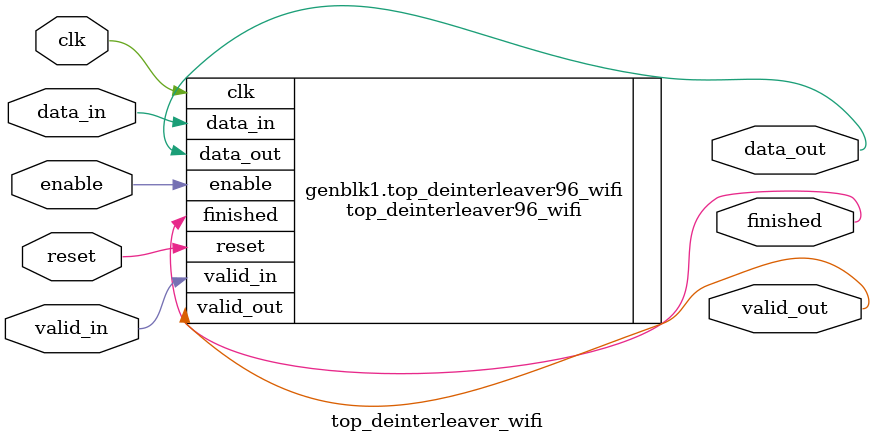
<source format=v>
/*
=========================================================================================
				Standard   :	WIFI
				Block name :	Top Deinterleaver
=========================================================================================
*/
//=======================================================================================
module top_deinterleaver_wifi #(parameter INTERLEAVER = 96)
(

	clk,
	reset,
	enable,
	valid_in,
	data_in,
	data_out,
	valid_out,
	finished
);
	//===============================================================================
	input clk;
	input reset;
	input enable;
	input valid_in;
	input data_in;
	(* dont_touch = "yes" *) output finished;
	output valid_out;
	output data_out; 
	//===============================================================================
	generate
		case (INTERLEAVER)
			48:
			begin
				top_deinterleaver48_wifi top_deinterleaver48_wifi
				(
					.clk(clk),
					.reset(reset),
					.enable(enable),
					.valid_in(valid_in),
					.data_in(data_in),
					.data_out(data_out),
					.valid_out(valid_out),
					.finished(finished)
				);
			end	
			96:
			begin
				top_deinterleaver96_wifi top_deinterleaver96_wifi
				(
					.clk(clk),
					.reset(reset),
					.enable(enable),
					.valid_in(valid_in),
					.data_in(data_in),
					.data_out(data_out),
					.valid_out(valid_out),
					.finished(finished)
				);
			end	
			192:
			begin
				top_deinterleaver192_wifi top_deinterleaver192_wifi
				(
					.clk(clk),
					.reset(reset),
					.enable(enable),
					.valid_in(valid_in),
					.data_in(data_in),
					.data_out(data_out),
					.valid_out(valid_out),
					.finished(finished)
				);
			end	
		endcase
	endgenerate
	//===============================================================================
endmodule

</source>
